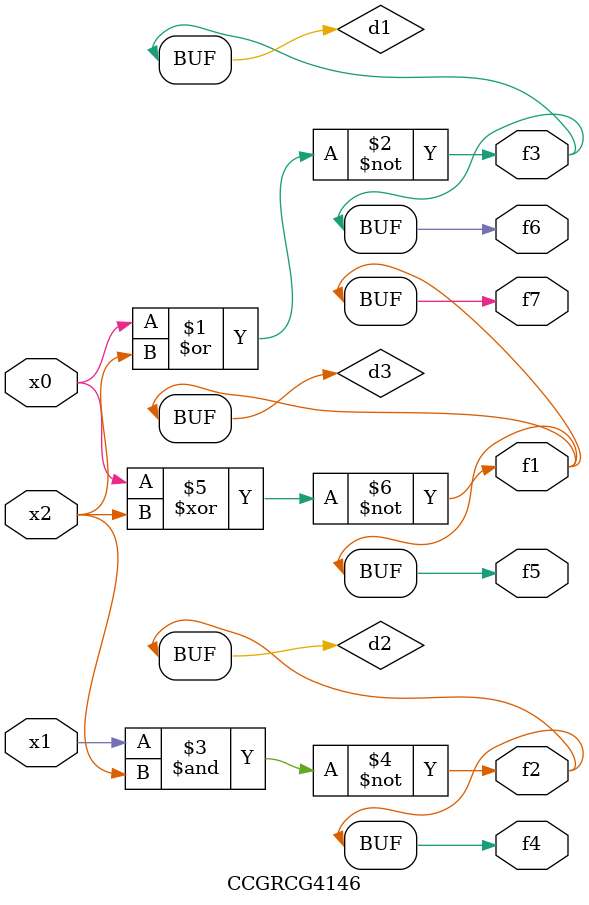
<source format=v>
module CCGRCG4146(
	input x0, x1, x2,
	output f1, f2, f3, f4, f5, f6, f7
);

	wire d1, d2, d3;

	nor (d1, x0, x2);
	nand (d2, x1, x2);
	xnor (d3, x0, x2);
	assign f1 = d3;
	assign f2 = d2;
	assign f3 = d1;
	assign f4 = d2;
	assign f5 = d3;
	assign f6 = d1;
	assign f7 = d3;
endmodule

</source>
